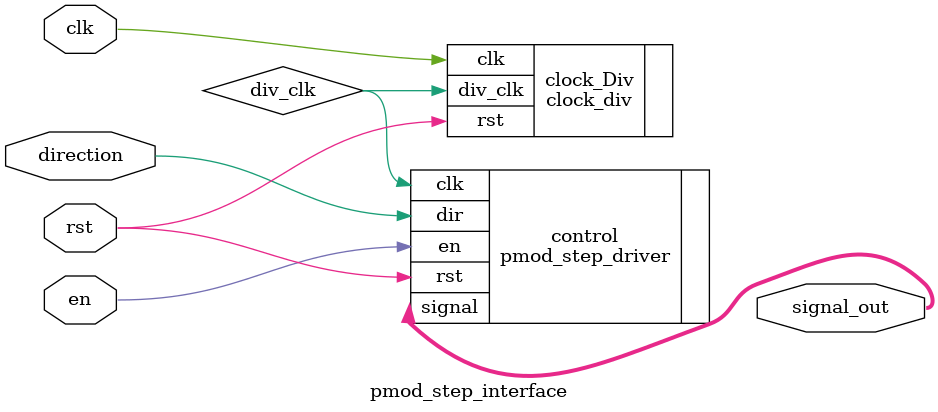
<source format=v>
`timescale 1ns / 1ps


module pmod_step_interface(
    input clk,
    input rst,
    input direction,
    input en,
    output [3:0] signal_out
    );
    
    // Wire to connect the clock signal 
    // that controls the speed that the motor
    // steps from the clock divider to the 
    // state machine. 
    wire div_clk;
    
    // Clock Divider to take the on-board clock
    // to the desired frequency.
    clock_div clock_Div(
        .clk(clk),
        .rst(rst),
        .div_clk(div_clk)
        );
    
    // The state machine that controls which 
    // signal on the stepper motor is high.      
    pmod_step_driver control(
        .rst(rst),
        .dir(direction),
        .clk(div_clk),
        .en(en),
        .signal(signal_out)
        );    
    
endmodule

</source>
